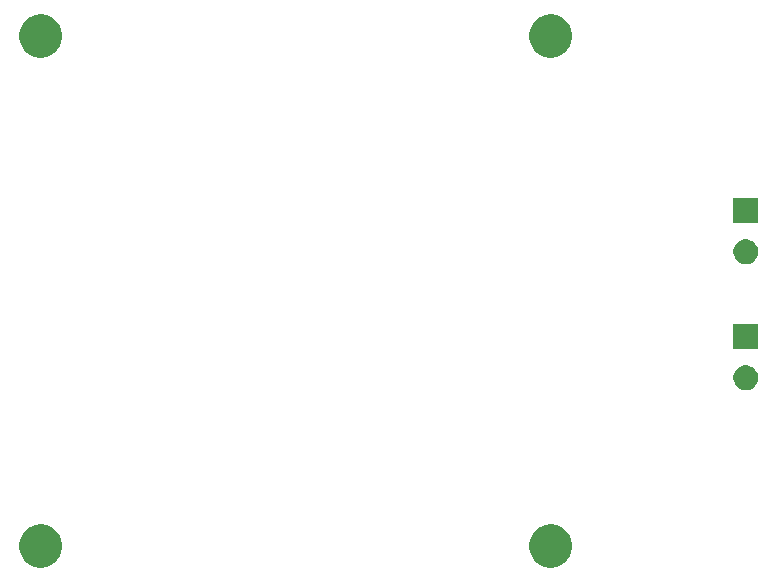
<source format=gbr>
G04 #@! TF.GenerationSoftware,KiCad,Pcbnew,5.0.2-bee76a0~70~ubuntu18.04.1*
G04 #@! TF.CreationDate,2019-06-27T14:31:57-07:00*
G04 #@! TF.ProjectId,stator_plate,73746174-6f72-45f7-906c-6174652e6b69,rev?*
G04 #@! TF.SameCoordinates,Original*
G04 #@! TF.FileFunction,Soldermask,Bot*
G04 #@! TF.FilePolarity,Negative*
%FSLAX46Y46*%
G04 Gerber Fmt 4.6, Leading zero omitted, Abs format (unit mm)*
G04 Created by KiCad (PCBNEW 5.0.2-bee76a0~70~ubuntu18.04.1) date Thu 27 Jun 2019 02:31:57 PM PDT*
%MOMM*%
%LPD*%
G01*
G04 APERTURE LIST*
%ADD10C,0.100000*%
G04 APERTURE END LIST*
D10*
G36*
X148946821Y-121396144D02*
X149123500Y-121431287D01*
X149261373Y-121488396D01*
X149456355Y-121569160D01*
X149755923Y-121769325D01*
X150010675Y-122024077D01*
X150210840Y-122323645D01*
X150348713Y-122656501D01*
X150419000Y-123009858D01*
X150419000Y-123370142D01*
X150348713Y-123723499D01*
X150210840Y-124056355D01*
X150010675Y-124355923D01*
X149755923Y-124610675D01*
X149456355Y-124810840D01*
X149261373Y-124891604D01*
X149123500Y-124948713D01*
X148946820Y-124983857D01*
X148770142Y-125019000D01*
X148409858Y-125019000D01*
X148233180Y-124983857D01*
X148056500Y-124948713D01*
X147918627Y-124891604D01*
X147723645Y-124810840D01*
X147424077Y-124610675D01*
X147169325Y-124355923D01*
X146969160Y-124056355D01*
X146831287Y-123723499D01*
X146761000Y-123370142D01*
X146761000Y-123009858D01*
X146831287Y-122656501D01*
X146969160Y-122323645D01*
X147169325Y-122024077D01*
X147424077Y-121769325D01*
X147723645Y-121569160D01*
X147918627Y-121488396D01*
X148056500Y-121431287D01*
X148233179Y-121396144D01*
X148409858Y-121361000D01*
X148770142Y-121361000D01*
X148946821Y-121396144D01*
X148946821Y-121396144D01*
G37*
G36*
X105766821Y-121396144D02*
X105943500Y-121431287D01*
X106081373Y-121488396D01*
X106276355Y-121569160D01*
X106575923Y-121769325D01*
X106830675Y-122024077D01*
X107030840Y-122323645D01*
X107168713Y-122656501D01*
X107239000Y-123009858D01*
X107239000Y-123370142D01*
X107168713Y-123723499D01*
X107030840Y-124056355D01*
X106830675Y-124355923D01*
X106575923Y-124610675D01*
X106276355Y-124810840D01*
X106081373Y-124891604D01*
X105943500Y-124948713D01*
X105766820Y-124983857D01*
X105590142Y-125019000D01*
X105229858Y-125019000D01*
X105053180Y-124983857D01*
X104876500Y-124948713D01*
X104738627Y-124891604D01*
X104543645Y-124810840D01*
X104244077Y-124610675D01*
X103989325Y-124355923D01*
X103789160Y-124056355D01*
X103651287Y-123723499D01*
X103581000Y-123370142D01*
X103581000Y-123009858D01*
X103651287Y-122656501D01*
X103789160Y-122323645D01*
X103989325Y-122024077D01*
X104244077Y-121769325D01*
X104543645Y-121569160D01*
X104738627Y-121488396D01*
X104876500Y-121431287D01*
X105053179Y-121396144D01*
X105229858Y-121361000D01*
X105590142Y-121361000D01*
X105766821Y-121396144D01*
X105766821Y-121396144D01*
G37*
G36*
X165406565Y-107927449D02*
X165597834Y-108006675D01*
X165769976Y-108121697D01*
X165916363Y-108268084D01*
X166031385Y-108440226D01*
X166110611Y-108631495D01*
X166151000Y-108834544D01*
X166151000Y-109041576D01*
X166110611Y-109244625D01*
X166031385Y-109435894D01*
X165916363Y-109608036D01*
X165769976Y-109754423D01*
X165597834Y-109869445D01*
X165406565Y-109948671D01*
X165203516Y-109989060D01*
X164996484Y-109989060D01*
X164793435Y-109948671D01*
X164602166Y-109869445D01*
X164430024Y-109754423D01*
X164283637Y-109608036D01*
X164168615Y-109435894D01*
X164089389Y-109244625D01*
X164049000Y-109041576D01*
X164049000Y-108834544D01*
X164089389Y-108631495D01*
X164168615Y-108440226D01*
X164283637Y-108268084D01*
X164430024Y-108121697D01*
X164602166Y-108006675D01*
X164793435Y-107927449D01*
X164996484Y-107887060D01*
X165203516Y-107887060D01*
X165406565Y-107927449D01*
X165406565Y-107927449D01*
G37*
G36*
X166151000Y-106488940D02*
X164049000Y-106488940D01*
X164049000Y-104386940D01*
X166151000Y-104386940D01*
X166151000Y-106488940D01*
X166151000Y-106488940D01*
G37*
G36*
X165406565Y-97259449D02*
X165597834Y-97338675D01*
X165769976Y-97453697D01*
X165916363Y-97600084D01*
X166031385Y-97772226D01*
X166110611Y-97963495D01*
X166151000Y-98166544D01*
X166151000Y-98373576D01*
X166110611Y-98576625D01*
X166031385Y-98767894D01*
X165916363Y-98940036D01*
X165769976Y-99086423D01*
X165597834Y-99201445D01*
X165406565Y-99280671D01*
X165203516Y-99321060D01*
X164996484Y-99321060D01*
X164793435Y-99280671D01*
X164602166Y-99201445D01*
X164430024Y-99086423D01*
X164283637Y-98940036D01*
X164168615Y-98767894D01*
X164089389Y-98576625D01*
X164049000Y-98373576D01*
X164049000Y-98166544D01*
X164089389Y-97963495D01*
X164168615Y-97772226D01*
X164283637Y-97600084D01*
X164430024Y-97453697D01*
X164602166Y-97338675D01*
X164793435Y-97259449D01*
X164996484Y-97219060D01*
X165203516Y-97219060D01*
X165406565Y-97259449D01*
X165406565Y-97259449D01*
G37*
G36*
X166151000Y-95820940D02*
X164049000Y-95820940D01*
X164049000Y-93718940D01*
X166151000Y-93718940D01*
X166151000Y-95820940D01*
X166151000Y-95820940D01*
G37*
G36*
X148946820Y-78216143D02*
X149123500Y-78251287D01*
X149261373Y-78308396D01*
X149456355Y-78389160D01*
X149755923Y-78589325D01*
X150010675Y-78844077D01*
X150210840Y-79143645D01*
X150348713Y-79476501D01*
X150419000Y-79829858D01*
X150419000Y-80190142D01*
X150348713Y-80543499D01*
X150210840Y-80876355D01*
X150010675Y-81175923D01*
X149755923Y-81430675D01*
X149456355Y-81630840D01*
X149261373Y-81711604D01*
X149123500Y-81768713D01*
X148946821Y-81803856D01*
X148770142Y-81839000D01*
X148409858Y-81839000D01*
X148233180Y-81803857D01*
X148056500Y-81768713D01*
X147918627Y-81711604D01*
X147723645Y-81630840D01*
X147424077Y-81430675D01*
X147169325Y-81175923D01*
X146969160Y-80876355D01*
X146831287Y-80543499D01*
X146761000Y-80190142D01*
X146761000Y-79829858D01*
X146831287Y-79476501D01*
X146969160Y-79143645D01*
X147169325Y-78844077D01*
X147424077Y-78589325D01*
X147723645Y-78389160D01*
X147918627Y-78308396D01*
X148056500Y-78251287D01*
X148233180Y-78216143D01*
X148409858Y-78181000D01*
X148770142Y-78181000D01*
X148946820Y-78216143D01*
X148946820Y-78216143D01*
G37*
G36*
X105766820Y-78216143D02*
X105943500Y-78251287D01*
X106081373Y-78308396D01*
X106276355Y-78389160D01*
X106575923Y-78589325D01*
X106830675Y-78844077D01*
X107030840Y-79143645D01*
X107168713Y-79476501D01*
X107239000Y-79829858D01*
X107239000Y-80190142D01*
X107168713Y-80543499D01*
X107030840Y-80876355D01*
X106830675Y-81175923D01*
X106575923Y-81430675D01*
X106276355Y-81630840D01*
X106081373Y-81711604D01*
X105943500Y-81768713D01*
X105766820Y-81803857D01*
X105590142Y-81839000D01*
X105229858Y-81839000D01*
X105053180Y-81803857D01*
X104876500Y-81768713D01*
X104738627Y-81711604D01*
X104543645Y-81630840D01*
X104244077Y-81430675D01*
X103989325Y-81175923D01*
X103789160Y-80876355D01*
X103651287Y-80543499D01*
X103581000Y-80190142D01*
X103581000Y-79829858D01*
X103651287Y-79476501D01*
X103789160Y-79143645D01*
X103989325Y-78844077D01*
X104244077Y-78589325D01*
X104543645Y-78389160D01*
X104738627Y-78308396D01*
X104876500Y-78251287D01*
X105053180Y-78216143D01*
X105229858Y-78181000D01*
X105590142Y-78181000D01*
X105766820Y-78216143D01*
X105766820Y-78216143D01*
G37*
M02*

</source>
